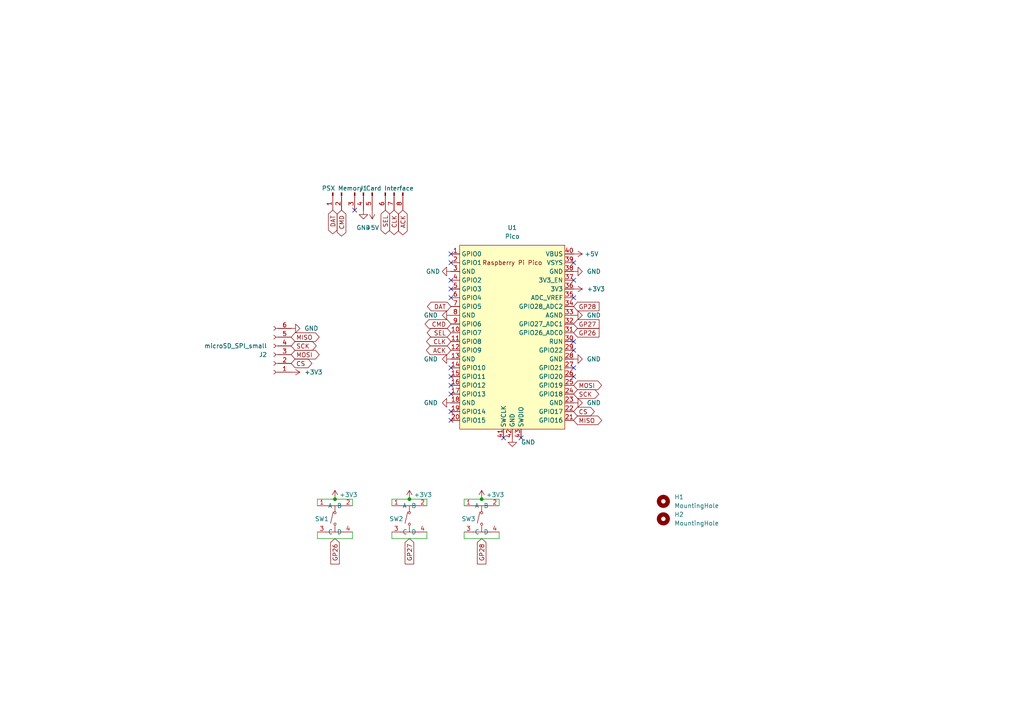
<source format=kicad_sch>
(kicad_sch (version 20211123) (generator eeschema)

  (uuid faa956bb-0e0d-41e1-a5c8-c31a518a76e5)

  (paper "A4")

  (title_block
    (date "2022-10-03")
    (rev "1.1.2")
    (comment 1 "Fixed SD module not getting 3.3V")
    (comment 2 "Changed MicroSD module to small one")
  )

  (lib_symbols
    (symbol "Connector:Conn_01x08_Male" (pin_names (offset 1.016) hide) (in_bom yes) (on_board yes)
      (property "Reference" "J?" (id 0) (at -1.27 0 90)
        (effects (font (size 1.27 1.27)))
      )
      (property "Value" "PSX Memory Card Interface" (id 1) (at -1.27 1.27 90)
        (effects (font (size 1.27 1.27)))
      )
      (property "Footprint" "254:MemoryCardConnector" (id 2) (at 5.08 -13.97 0)
        (effects (font (size 1.27 1.27)) hide)
      )
      (property "Datasheet" "~" (id 3) (at 0 0 0)
        (effects (font (size 1.27 1.27)) hide)
      )
      (property "ki_keywords" "connector" (id 4) (at 0 0 0)
        (effects (font (size 1.27 1.27)) hide)
      )
      (property "ki_description" "Generic connector, single row, 01x08, script generated (kicad-library-utils/schlib/autogen/connector/)" (id 5) (at 0 0 0)
        (effects (font (size 1.27 1.27)) hide)
      )
      (property "ki_fp_filters" "Connector*:*_1x??_*" (id 6) (at 0 0 0)
        (effects (font (size 1.27 1.27)) hide)
      )
      (symbol "Conn_01x08_Male_1_1"
        (polyline
          (pts
            (xy 1.27 -8.89)
            (xy 0.8636 -8.89)
          )
          (stroke (width 0.1524) (type default) (color 0 0 0 0))
          (fill (type none))
        )
        (polyline
          (pts
            (xy 1.27 -6.35)
            (xy 0.8636 -6.35)
          )
          (stroke (width 0.1524) (type default) (color 0 0 0 0))
          (fill (type none))
        )
        (polyline
          (pts
            (xy 1.27 -2.54)
            (xy 0.8636 -2.54)
          )
          (stroke (width 0.1524) (type default) (color 0 0 0 0))
          (fill (type none))
        )
        (polyline
          (pts
            (xy 1.27 0)
            (xy 0.8636 0)
          )
          (stroke (width 0.1524) (type default) (color 0 0 0 0))
          (fill (type none))
        )
        (polyline
          (pts
            (xy 1.27 2.54)
            (xy 0.8636 2.54)
          )
          (stroke (width 0.1524) (type default) (color 0 0 0 0))
          (fill (type none))
        )
        (polyline
          (pts
            (xy 1.27 6.35)
            (xy 0.8636 6.35)
          )
          (stroke (width 0.1524) (type default) (color 0 0 0 0))
          (fill (type none))
        )
        (polyline
          (pts
            (xy 1.27 8.89)
            (xy 0.8636 8.89)
          )
          (stroke (width 0.1524) (type default) (color 0 0 0 0))
          (fill (type none))
        )
        (polyline
          (pts
            (xy 1.27 11.43)
            (xy 0.8636 11.43)
          )
          (stroke (width 0.1524) (type default) (color 0 0 0 0))
          (fill (type none))
        )
        (rectangle (start 0.8636 -8.763) (end 0 -9.017)
          (stroke (width 0.1524) (type default) (color 0 0 0 0))
          (fill (type outline))
        )
        (rectangle (start 0.8636 -6.223) (end 0 -6.477)
          (stroke (width 0.1524) (type default) (color 0 0 0 0))
          (fill (type outline))
        )
        (rectangle (start 0.8636 -2.413) (end 0 -2.667)
          (stroke (width 0.1524) (type default) (color 0 0 0 0))
          (fill (type outline))
        )
        (rectangle (start 0.8636 0.127) (end 0 -0.127)
          (stroke (width 0.1524) (type default) (color 0 0 0 0))
          (fill (type outline))
        )
        (rectangle (start 0.8636 2.667) (end 0 2.413)
          (stroke (width 0.1524) (type default) (color 0 0 0 0))
          (fill (type outline))
        )
        (rectangle (start 0.8636 6.477) (end 0 6.223)
          (stroke (width 0.1524) (type default) (color 0 0 0 0))
          (fill (type outline))
        )
        (rectangle (start 0.8636 9.017) (end 0 8.763)
          (stroke (width 0.1524) (type default) (color 0 0 0 0))
          (fill (type outline))
        )
        (rectangle (start 0.8636 11.557) (end 0 11.303)
          (stroke (width 0.1524) (type default) (color 0 0 0 0))
          (fill (type outline))
        )
        (pin tri_state line (at 5.08 -8.89 180) (length 3.81)
          (name "DAT" (effects (font (size 1.27 1.27))))
          (number "1" (effects (font (size 1.27 1.27))))
        )
        (pin output line (at 5.08 -6.35 180) (length 3.81)
          (name "CMD" (effects (font (size 1.27 1.27))))
          (number "2" (effects (font (size 1.27 1.27))))
        )
        (pin power_out line (at 5.08 -2.54 180) (length 3.81)
          (name "7.5V" (effects (font (size 1.27 1.27))))
          (number "3" (effects (font (size 1.27 1.27))))
        )
        (pin passive line (at 5.08 0 180) (length 3.81)
          (name "GND" (effects (font (size 1.27 1.27))))
          (number "4" (effects (font (size 1.27 1.27))))
        )
        (pin power_out line (at 5.08 2.54 180) (length 3.81)
          (name "3.3V" (effects (font (size 1.27 1.27))))
          (number "5" (effects (font (size 1.27 1.27))))
        )
        (pin output line (at 5.08 6.35 180) (length 3.81)
          (name "SEL" (effects (font (size 1.27 1.27))))
          (number "6" (effects (font (size 1.27 1.27))))
        )
        (pin output line (at 5.08 8.89 180) (length 3.81)
          (name "CLK" (effects (font (size 1.27 1.27))))
          (number "7" (effects (font (size 1.27 1.27))))
        )
        (pin output line (at 5.08 11.43 180) (length 3.81)
          (name "ACK" (effects (font (size 1.27 1.27))))
          (number "8" (effects (font (size 1.27 1.27))))
        )
      )
    )
    (symbol "MCU_RaspberryPi_and_Boards:Pico" (in_bom yes) (on_board yes)
      (property "Reference" "U" (id 0) (at -13.97 27.94 0)
        (effects (font (size 1.27 1.27)))
      )
      (property "Value" "Pico" (id 1) (at 0 19.05 0)
        (effects (font (size 1.27 1.27)))
      )
      (property "Footprint" "RPi_Pico:RPi_Pico_SMD_TH" (id 2) (at 0 0 90)
        (effects (font (size 1.27 1.27)) hide)
      )
      (property "Datasheet" "" (id 3) (at 0 0 0)
        (effects (font (size 1.27 1.27)) hide)
      )
      (symbol "Pico_0_0"
        (text "Raspberry Pi Pico" (at 0 21.59 0)
          (effects (font (size 1.27 1.27)))
        )
      )
      (symbol "Pico_0_1"
        (rectangle (start -15.24 26.67) (end 15.24 -26.67)
          (stroke (width 0) (type default) (color 0 0 0 0))
          (fill (type background))
        )
      )
      (symbol "Pico_1_1"
        (pin bidirectional line (at -17.78 24.13 0) (length 2.54)
          (name "GPIO0" (effects (font (size 1.27 1.27))))
          (number "1" (effects (font (size 1.27 1.27))))
        )
        (pin bidirectional line (at -17.78 1.27 0) (length 2.54)
          (name "GPIO7" (effects (font (size 1.27 1.27))))
          (number "10" (effects (font (size 1.27 1.27))))
        )
        (pin bidirectional line (at -17.78 -1.27 0) (length 2.54)
          (name "GPIO8" (effects (font (size 1.27 1.27))))
          (number "11" (effects (font (size 1.27 1.27))))
        )
        (pin bidirectional line (at -17.78 -3.81 0) (length 2.54)
          (name "GPIO9" (effects (font (size 1.27 1.27))))
          (number "12" (effects (font (size 1.27 1.27))))
        )
        (pin power_in line (at -17.78 -6.35 0) (length 2.54)
          (name "GND" (effects (font (size 1.27 1.27))))
          (number "13" (effects (font (size 1.27 1.27))))
        )
        (pin bidirectional line (at -17.78 -8.89 0) (length 2.54)
          (name "GPIO10" (effects (font (size 1.27 1.27))))
          (number "14" (effects (font (size 1.27 1.27))))
        )
        (pin bidirectional line (at -17.78 -11.43 0) (length 2.54)
          (name "GPIO11" (effects (font (size 1.27 1.27))))
          (number "15" (effects (font (size 1.27 1.27))))
        )
        (pin bidirectional line (at -17.78 -13.97 0) (length 2.54)
          (name "GPIO12" (effects (font (size 1.27 1.27))))
          (number "16" (effects (font (size 1.27 1.27))))
        )
        (pin bidirectional line (at -17.78 -16.51 0) (length 2.54)
          (name "GPIO13" (effects (font (size 1.27 1.27))))
          (number "17" (effects (font (size 1.27 1.27))))
        )
        (pin power_in line (at -17.78 -19.05 0) (length 2.54)
          (name "GND" (effects (font (size 1.27 1.27))))
          (number "18" (effects (font (size 1.27 1.27))))
        )
        (pin bidirectional line (at -17.78 -21.59 0) (length 2.54)
          (name "GPIO14" (effects (font (size 1.27 1.27))))
          (number "19" (effects (font (size 1.27 1.27))))
        )
        (pin bidirectional line (at -17.78 21.59 0) (length 2.54)
          (name "GPIO1" (effects (font (size 1.27 1.27))))
          (number "2" (effects (font (size 1.27 1.27))))
        )
        (pin bidirectional line (at -17.78 -24.13 0) (length 2.54)
          (name "GPIO15" (effects (font (size 1.27 1.27))))
          (number "20" (effects (font (size 1.27 1.27))))
        )
        (pin bidirectional line (at 17.78 -24.13 180) (length 2.54)
          (name "GPIO16" (effects (font (size 1.27 1.27))))
          (number "21" (effects (font (size 1.27 1.27))))
        )
        (pin bidirectional line (at 17.78 -21.59 180) (length 2.54)
          (name "GPIO17" (effects (font (size 1.27 1.27))))
          (number "22" (effects (font (size 1.27 1.27))))
        )
        (pin power_in line (at 17.78 -19.05 180) (length 2.54)
          (name "GND" (effects (font (size 1.27 1.27))))
          (number "23" (effects (font (size 1.27 1.27))))
        )
        (pin bidirectional line (at 17.78 -16.51 180) (length 2.54)
          (name "GPIO18" (effects (font (size 1.27 1.27))))
          (number "24" (effects (font (size 1.27 1.27))))
        )
        (pin bidirectional line (at 17.78 -13.97 180) (length 2.54)
          (name "GPIO19" (effects (font (size 1.27 1.27))))
          (number "25" (effects (font (size 1.27 1.27))))
        )
        (pin bidirectional line (at 17.78 -11.43 180) (length 2.54)
          (name "GPIO20" (effects (font (size 1.27 1.27))))
          (number "26" (effects (font (size 1.27 1.27))))
        )
        (pin bidirectional line (at 17.78 -8.89 180) (length 2.54)
          (name "GPIO21" (effects (font (size 1.27 1.27))))
          (number "27" (effects (font (size 1.27 1.27))))
        )
        (pin power_in line (at 17.78 -6.35 180) (length 2.54)
          (name "GND" (effects (font (size 1.27 1.27))))
          (number "28" (effects (font (size 1.27 1.27))))
        )
        (pin bidirectional line (at 17.78 -3.81 180) (length 2.54)
          (name "GPIO22" (effects (font (size 1.27 1.27))))
          (number "29" (effects (font (size 1.27 1.27))))
        )
        (pin power_in line (at -17.78 19.05 0) (length 2.54)
          (name "GND" (effects (font (size 1.27 1.27))))
          (number "3" (effects (font (size 1.27 1.27))))
        )
        (pin input line (at 17.78 -1.27 180) (length 2.54)
          (name "RUN" (effects (font (size 1.27 1.27))))
          (number "30" (effects (font (size 1.27 1.27))))
        )
        (pin bidirectional line (at 17.78 1.27 180) (length 2.54)
          (name "GPIO26_ADC0" (effects (font (size 1.27 1.27))))
          (number "31" (effects (font (size 1.27 1.27))))
        )
        (pin bidirectional line (at 17.78 3.81 180) (length 2.54)
          (name "GPIO27_ADC1" (effects (font (size 1.27 1.27))))
          (number "32" (effects (font (size 1.27 1.27))))
        )
        (pin power_in line (at 17.78 6.35 180) (length 2.54)
          (name "AGND" (effects (font (size 1.27 1.27))))
          (number "33" (effects (font (size 1.27 1.27))))
        )
        (pin bidirectional line (at 17.78 8.89 180) (length 2.54)
          (name "GPIO28_ADC2" (effects (font (size 1.27 1.27))))
          (number "34" (effects (font (size 1.27 1.27))))
        )
        (pin power_in line (at 17.78 11.43 180) (length 2.54)
          (name "ADC_VREF" (effects (font (size 1.27 1.27))))
          (number "35" (effects (font (size 1.27 1.27))))
        )
        (pin power_in line (at 17.78 13.97 180) (length 2.54)
          (name "3V3" (effects (font (size 1.27 1.27))))
          (number "36" (effects (font (size 1.27 1.27))))
        )
        (pin input line (at 17.78 16.51 180) (length 2.54)
          (name "3V3_EN" (effects (font (size 1.27 1.27))))
          (number "37" (effects (font (size 1.27 1.27))))
        )
        (pin bidirectional line (at 17.78 19.05 180) (length 2.54)
          (name "GND" (effects (font (size 1.27 1.27))))
          (number "38" (effects (font (size 1.27 1.27))))
        )
        (pin power_in line (at 17.78 21.59 180) (length 2.54)
          (name "VSYS" (effects (font (size 1.27 1.27))))
          (number "39" (effects (font (size 1.27 1.27))))
        )
        (pin bidirectional line (at -17.78 16.51 0) (length 2.54)
          (name "GPIO2" (effects (font (size 1.27 1.27))))
          (number "4" (effects (font (size 1.27 1.27))))
        )
        (pin power_in line (at 17.78 24.13 180) (length 2.54)
          (name "VBUS" (effects (font (size 1.27 1.27))))
          (number "40" (effects (font (size 1.27 1.27))))
        )
        (pin input line (at -2.54 -29.21 90) (length 2.54)
          (name "SWCLK" (effects (font (size 1.27 1.27))))
          (number "41" (effects (font (size 1.27 1.27))))
        )
        (pin power_in line (at 0 -29.21 90) (length 2.54)
          (name "GND" (effects (font (size 1.27 1.27))))
          (number "42" (effects (font (size 1.27 1.27))))
        )
        (pin bidirectional line (at 2.54 -29.21 90) (length 2.54)
          (name "SWDIO" (effects (font (size 1.27 1.27))))
          (number "43" (effects (font (size 1.27 1.27))))
        )
        (pin bidirectional line (at -17.78 13.97 0) (length 2.54)
          (name "GPIO3" (effects (font (size 1.27 1.27))))
          (number "5" (effects (font (size 1.27 1.27))))
        )
        (pin bidirectional line (at -17.78 11.43 0) (length 2.54)
          (name "GPIO4" (effects (font (size 1.27 1.27))))
          (number "6" (effects (font (size 1.27 1.27))))
        )
        (pin bidirectional line (at -17.78 8.89 0) (length 2.54)
          (name "GPIO5" (effects (font (size 1.27 1.27))))
          (number "7" (effects (font (size 1.27 1.27))))
        )
        (pin power_in line (at -17.78 6.35 0) (length 2.54)
          (name "GND" (effects (font (size 1.27 1.27))))
          (number "8" (effects (font (size 1.27 1.27))))
        )
        (pin bidirectional line (at -17.78 3.81 0) (length 2.54)
          (name "GPIO6" (effects (font (size 1.27 1.27))))
          (number "9" (effects (font (size 1.27 1.27))))
        )
      )
    )
    (symbol "Mechanical:MountingHole" (pin_names (offset 1.016)) (in_bom yes) (on_board yes)
      (property "Reference" "H" (id 0) (at 0 5.08 0)
        (effects (font (size 1.27 1.27)))
      )
      (property "Value" "MountingHole" (id 1) (at 0 3.175 0)
        (effects (font (size 1.27 1.27)))
      )
      (property "Footprint" "" (id 2) (at 0 0 0)
        (effects (font (size 1.27 1.27)) hide)
      )
      (property "Datasheet" "~" (id 3) (at 0 0 0)
        (effects (font (size 1.27 1.27)) hide)
      )
      (property "ki_keywords" "mounting hole" (id 4) (at 0 0 0)
        (effects (font (size 1.27 1.27)) hide)
      )
      (property "ki_description" "Mounting Hole without connection" (id 5) (at 0 0 0)
        (effects (font (size 1.27 1.27)) hide)
      )
      (property "ki_fp_filters" "MountingHole*" (id 6) (at 0 0 0)
        (effects (font (size 1.27 1.27)) hide)
      )
      (symbol "MountingHole_0_1"
        (circle (center 0 0) (radius 1.27)
          (stroke (width 1.27) (type default) (color 0 0 0 0))
          (fill (type none))
        )
      )
    )
    (symbol "easyeda2kicad:TS-1187A-B-A-B" (in_bom yes) (on_board yes)
      (property "Reference" "SW?" (id 0) (at 0 7.62 0)
        (effects (font (size 1.27 1.27)))
      )
      (property "Value" "TS-1187A-B-A-B" (id 1) (at 0 -10.16 0)
        (effects (font (size 1.27 1.27)))
      )
      (property "Footprint" "easyeda2kicad:SW-SMD_4P-L5.1-W5.1-P3.70-LS6.5-TL-2" (id 2) (at 0 -12.7 0)
        (effects (font (size 1.27 1.27)) hide)
      )
      (property "Datasheet" "https://lcsc.com/product-detail/Tactile-Switches_XKB-Enterprise-TS-1187-B-A-A_C318884.html" (id 3) (at 0 -15.24 0)
        (effects (font (size 1.27 1.27)) hide)
      )
      (property "Manufacturer" "XKB Enterprise" (id 4) (at 0 -17.78 0)
        (effects (font (size 1.27 1.27)) hide)
      )
      (property "LCSC Part" "C318884" (id 5) (at 0 -20.32 0)
        (effects (font (size 1.27 1.27)) hide)
      )
      (property "JLC Part" "Basic Part" (id 6) (at 0 -22.86 0)
        (effects (font (size 1.27 1.27)) hide)
      )
      (symbol "TS-1187A-B-A-B_0_1"
        (circle (center 0 -2.79) (radius 0.32)
          (stroke (width 0) (type default) (color 0 0 0 0))
          (fill (type none))
        )
        (polyline
          (pts
            (xy -2.54 -5.08)
            (xy 2.54 -5.08)
          )
          (stroke (width 0) (type default) (color 0 0 0 0))
          (fill (type none))
        )
        (polyline
          (pts
            (xy -2.54 2.54)
            (xy 2.54 2.54)
          )
          (stroke (width 0) (type default) (color 0 0 0 0))
          (fill (type none))
        )
        (polyline
          (pts
            (xy -0.51 0.76)
            (xy -1.27 -2.54)
          )
          (stroke (width 0) (type default) (color 0 0 0 0))
          (fill (type none))
        )
        (polyline
          (pts
            (xy 0 -3.3)
            (xy 0 -5.08)
          )
          (stroke (width 0) (type default) (color 0 0 0 0))
          (fill (type none))
        )
        (polyline
          (pts
            (xy 0 0.76)
            (xy 0 2.54)
          )
          (stroke (width 0) (type default) (color 0 0 0 0))
          (fill (type none))
        )
        (circle (center 0 0.51) (radius 0.32)
          (stroke (width 0) (type default) (color 0 0 0 0))
          (fill (type none))
        )
        (pin passive line (at -5.08 2.54 0) (length 2.54)
          (name "A" (effects (font (size 1.27 1.27))))
          (number "1" (effects (font (size 1.27 1.27))))
        )
        (pin passive line (at 5.08 2.54 180) (length 2.54)
          (name "B" (effects (font (size 1.27 1.27))))
          (number "2" (effects (font (size 1.27 1.27))))
        )
        (pin passive line (at -5.08 -5.08 0) (length 2.54)
          (name "C" (effects (font (size 1.27 1.27))))
          (number "3" (effects (font (size 1.27 1.27))))
        )
        (pin passive line (at 5.08 -5.08 180) (length 2.54)
          (name "D" (effects (font (size 1.27 1.27))))
          (number "4" (effects (font (size 1.27 1.27))))
        )
      )
    )
    (symbol "easyeda2kicad:microSD_SPI_small" (pin_names (offset 1.016) hide) (in_bom yes) (on_board yes)
      (property "Reference" "J2" (id 0) (at -0.635 -13.335 0)
        (effects (font (size 1.27 1.27)))
      )
      (property "Value" "microSD_SPI_small" (id 1) (at -0.635 -10.795 0)
        (effects (font (size 1.27 1.27)))
      )
      (property "Footprint" "254:MicroSD_SPI_small" (id 2) (at -13.97 0 0)
        (effects (font (size 1.27 1.27)) hide)
      )
      (property "Datasheet" "~" (id 3) (at 0 0 0)
        (effects (font (size 1.27 1.27)) hide)
      )
      (property "ki_keywords" "connector" (id 4) (at 0 0 0)
        (effects (font (size 1.27 1.27)) hide)
      )
      (property "ki_description" "Generic connector, single row, 01x06, script generated (kicad-library-utils/schlib/autogen/connector/)" (id 5) (at 0 0 0)
        (effects (font (size 1.27 1.27)) hide)
      )
      (property "ki_fp_filters" "Connector*:*_1x??_*" (id 6) (at 0 0 0)
        (effects (font (size 1.27 1.27)) hide)
      )
      (symbol "microSD_SPI_small_1_1"
        (arc (start 0 -7.112) (mid -0.508 -7.62) (end 0 -8.128)
          (stroke (width 0.1524) (type default) (color 0 0 0 0))
          (fill (type none))
        )
        (arc (start 0 -4.572) (mid -0.508 -5.08) (end 0 -5.588)
          (stroke (width 0.1524) (type default) (color 0 0 0 0))
          (fill (type none))
        )
        (arc (start 0 -2.032) (mid -0.508 -2.54) (end 0 -3.048)
          (stroke (width 0.1524) (type default) (color 0 0 0 0))
          (fill (type none))
        )
        (polyline
          (pts
            (xy -1.27 -7.62)
            (xy -0.508 -7.62)
          )
          (stroke (width 0.1524) (type default) (color 0 0 0 0))
          (fill (type none))
        )
        (polyline
          (pts
            (xy -1.27 -5.08)
            (xy -0.508 -5.08)
          )
          (stroke (width 0.1524) (type default) (color 0 0 0 0))
          (fill (type none))
        )
        (polyline
          (pts
            (xy -1.27 -2.54)
            (xy -0.508 -2.54)
          )
          (stroke (width 0.1524) (type default) (color 0 0 0 0))
          (fill (type none))
        )
        (polyline
          (pts
            (xy -1.27 0)
            (xy -0.508 0)
          )
          (stroke (width 0.1524) (type default) (color 0 0 0 0))
          (fill (type none))
        )
        (polyline
          (pts
            (xy -1.27 2.54)
            (xy -0.508 2.54)
          )
          (stroke (width 0.1524) (type default) (color 0 0 0 0))
          (fill (type none))
        )
        (polyline
          (pts
            (xy -1.27 5.08)
            (xy -0.508 5.08)
          )
          (stroke (width 0.1524) (type default) (color 0 0 0 0))
          (fill (type none))
        )
        (arc (start 0 0.508) (mid -0.508 0) (end 0 -0.508)
          (stroke (width 0.1524) (type default) (color 0 0 0 0))
          (fill (type none))
        )
        (arc (start 0 3.048) (mid -0.508 2.54) (end 0 2.032)
          (stroke (width 0.1524) (type default) (color 0 0 0 0))
          (fill (type none))
        )
        (arc (start 0 5.588) (mid -0.508 5.08) (end 0 4.572)
          (stroke (width 0.1524) (type default) (color 0 0 0 0))
          (fill (type none))
        )
        (pin passive line (at -5.08 5.08 0) (length 3.81)
          (name "Pin_1" (effects (font (size 1.27 1.27))))
          (number "1" (effects (font (size 1.27 1.27))))
        )
        (pin passive line (at -5.08 2.54 0) (length 3.81)
          (name "Pin_2" (effects (font (size 1.27 1.27))))
          (number "2" (effects (font (size 1.27 1.27))))
        )
        (pin passive line (at -5.08 0 0) (length 3.81)
          (name "Pin_3" (effects (font (size 1.27 1.27))))
          (number "3" (effects (font (size 1.27 1.27))))
        )
        (pin passive line (at -5.08 -2.54 0) (length 3.81)
          (name "Pin_4" (effects (font (size 1.27 1.27))))
          (number "4" (effects (font (size 1.27 1.27))))
        )
        (pin passive line (at -5.08 -5.08 0) (length 3.81)
          (name "Pin_5" (effects (font (size 1.27 1.27))))
          (number "5" (effects (font (size 1.27 1.27))))
        )
        (pin passive line (at -5.08 -7.62 0) (length 3.81)
          (name "Pin_6" (effects (font (size 1.27 1.27))))
          (number "6" (effects (font (size 1.27 1.27))))
        )
      )
    )
    (symbol "power:+3.3V" (power) (pin_names (offset 0)) (in_bom yes) (on_board yes)
      (property "Reference" "#PWR" (id 0) (at 0 -3.81 0)
        (effects (font (size 1.27 1.27)) hide)
      )
      (property "Value" "+3.3V" (id 1) (at 0 3.556 0)
        (effects (font (size 1.27 1.27)))
      )
      (property "Footprint" "" (id 2) (at 0 0 0)
        (effects (font (size 1.27 1.27)) hide)
      )
      (property "Datasheet" "" (id 3) (at 0 0 0)
        (effects (font (size 1.27 1.27)) hide)
      )
      (property "ki_keywords" "power-flag" (id 4) (at 0 0 0)
        (effects (font (size 1.27 1.27)) hide)
      )
      (property "ki_description" "Power symbol creates a global label with name \"+3.3V\"" (id 5) (at 0 0 0)
        (effects (font (size 1.27 1.27)) hide)
      )
      (symbol "+3.3V_0_1"
        (polyline
          (pts
            (xy -0.762 1.27)
            (xy 0 2.54)
          )
          (stroke (width 0) (type default) (color 0 0 0 0))
          (fill (type none))
        )
        (polyline
          (pts
            (xy 0 0)
            (xy 0 2.54)
          )
          (stroke (width 0) (type default) (color 0 0 0 0))
          (fill (type none))
        )
        (polyline
          (pts
            (xy 0 2.54)
            (xy 0.762 1.27)
          )
          (stroke (width 0) (type default) (color 0 0 0 0))
          (fill (type none))
        )
      )
      (symbol "+3.3V_1_1"
        (pin power_in line (at 0 0 90) (length 0) hide
          (name "+3V3" (effects (font (size 1.27 1.27))))
          (number "1" (effects (font (size 1.27 1.27))))
        )
      )
    )
    (symbol "power:+5V" (power) (pin_names (offset 0)) (in_bom yes) (on_board yes)
      (property "Reference" "#PWR" (id 0) (at 0 -3.81 0)
        (effects (font (size 1.27 1.27)) hide)
      )
      (property "Value" "+5V" (id 1) (at 0 3.556 0)
        (effects (font (size 1.27 1.27)))
      )
      (property "Footprint" "" (id 2) (at 0 0 0)
        (effects (font (size 1.27 1.27)) hide)
      )
      (property "Datasheet" "" (id 3) (at 0 0 0)
        (effects (font (size 1.27 1.27)) hide)
      )
      (property "ki_keywords" "power-flag" (id 4) (at 0 0 0)
        (effects (font (size 1.27 1.27)) hide)
      )
      (property "ki_description" "Power symbol creates a global label with name \"+5V\"" (id 5) (at 0 0 0)
        (effects (font (size 1.27 1.27)) hide)
      )
      (symbol "+5V_0_1"
        (polyline
          (pts
            (xy -0.762 1.27)
            (xy 0 2.54)
          )
          (stroke (width 0) (type default) (color 0 0 0 0))
          (fill (type none))
        )
        (polyline
          (pts
            (xy 0 0)
            (xy 0 2.54)
          )
          (stroke (width 0) (type default) (color 0 0 0 0))
          (fill (type none))
        )
        (polyline
          (pts
            (xy 0 2.54)
            (xy 0.762 1.27)
          )
          (stroke (width 0) (type default) (color 0 0 0 0))
          (fill (type none))
        )
      )
      (symbol "+5V_1_1"
        (pin power_in line (at 0 0 90) (length 0) hide
          (name "+5V" (effects (font (size 1.27 1.27))))
          (number "1" (effects (font (size 1.27 1.27))))
        )
      )
    )
    (symbol "power:GND" (power) (pin_names (offset 0)) (in_bom yes) (on_board yes)
      (property "Reference" "#PWR" (id 0) (at 0 -6.35 0)
        (effects (font (size 1.27 1.27)) hide)
      )
      (property "Value" "GND" (id 1) (at 0 -3.81 0)
        (effects (font (size 1.27 1.27)))
      )
      (property "Footprint" "" (id 2) (at 0 0 0)
        (effects (font (size 1.27 1.27)) hide)
      )
      (property "Datasheet" "" (id 3) (at 0 0 0)
        (effects (font (size 1.27 1.27)) hide)
      )
      (property "ki_keywords" "power-flag" (id 4) (at 0 0 0)
        (effects (font (size 1.27 1.27)) hide)
      )
      (property "ki_description" "Power symbol creates a global label with name \"GND\" , ground" (id 5) (at 0 0 0)
        (effects (font (size 1.27 1.27)) hide)
      )
      (symbol "GND_0_1"
        (polyline
          (pts
            (xy 0 0)
            (xy 0 -1.27)
            (xy 1.27 -1.27)
            (xy 0 -2.54)
            (xy -1.27 -1.27)
            (xy 0 -1.27)
          )
          (stroke (width 0) (type default) (color 0 0 0 0))
          (fill (type none))
        )
      )
      (symbol "GND_1_1"
        (pin power_in line (at 0 0 270) (length 0) hide
          (name "GND" (effects (font (size 1.27 1.27))))
          (number "1" (effects (font (size 1.27 1.27))))
        )
      )
    )
  )

  (junction (at 97.155 144.78) (diameter 0) (color 0 0 0 0)
    (uuid 527424fa-7fdd-43e0-94ee-aabff693a9c6)
  )
  (junction (at 118.745 144.78) (diameter 0) (color 0 0 0 0)
    (uuid a8f5ae29-79be-494d-ac5d-1fcd26139aff)
  )
  (junction (at 139.7 144.78) (diameter 0) (color 0 0 0 0)
    (uuid dc07525c-93fe-44c5-8620-579041e9f478)
  )

  (no_connect (at 166.37 81.28) (uuid 0a60a838-6d19-4ff3-b50f-624df548ea21))
  (no_connect (at 102.87 60.96) (uuid a8eee08a-1a45-4377-b442-7d0e2b357e2d))
  (no_connect (at 130.81 119.38) (uuid b067222d-1414-4071-a451-f9c91451e4a7))
  (no_connect (at 130.81 114.3) (uuid b067222d-1414-4071-a451-f9c91451e4a8))
  (no_connect (at 130.81 111.76) (uuid b067222d-1414-4071-a451-f9c91451e4a9))
  (no_connect (at 130.81 109.22) (uuid b067222d-1414-4071-a451-f9c91451e4aa))
  (no_connect (at 130.81 106.68) (uuid b067222d-1414-4071-a451-f9c91451e4ab))
  (no_connect (at 130.81 86.36) (uuid b067222d-1414-4071-a451-f9c91451e4ac))
  (no_connect (at 130.81 83.82) (uuid b067222d-1414-4071-a451-f9c91451e4ad))
  (no_connect (at 130.81 81.28) (uuid b067222d-1414-4071-a451-f9c91451e4ae))
  (no_connect (at 130.81 76.2) (uuid b067222d-1414-4071-a451-f9c91451e4af))
  (no_connect (at 130.81 73.66) (uuid b067222d-1414-4071-a451-f9c91451e4b0))
  (no_connect (at 151.13 127) (uuid b067222d-1414-4071-a451-f9c91451e4b1))
  (no_connect (at 130.81 121.92) (uuid b067222d-1414-4071-a451-f9c91451e4b2))
  (no_connect (at 146.05 127) (uuid b067222d-1414-4071-a451-f9c91451e4b3))
  (no_connect (at 166.37 99.06) (uuid b067222d-1414-4071-a451-f9c91451e4b5))
  (no_connect (at 166.37 101.6) (uuid b067222d-1414-4071-a451-f9c91451e4b6))
  (no_connect (at 166.37 106.68) (uuid b067222d-1414-4071-a451-f9c91451e4b7))
  (no_connect (at 166.37 109.22) (uuid b067222d-1414-4071-a451-f9c91451e4b8))
  (no_connect (at 166.37 76.2) (uuid b067222d-1414-4071-a451-f9c91451e4b9))
  (no_connect (at 166.37 86.36) (uuid b067222d-1414-4071-a451-f9c91451e4bd))

  (wire (pts (xy 92.075 146.685) (xy 92.075 144.78))
    (stroke (width 0) (type default) (color 0 0 0 0))
    (uuid 1d38ba22-4d12-40af-aaf5-b63284c6afff)
  )
  (wire (pts (xy 113.665 154.305) (xy 113.665 156.21))
    (stroke (width 0) (type default) (color 0 0 0 0))
    (uuid 2dca3656-f55d-4107-94f8-af36e4ad88a5)
  )
  (wire (pts (xy 92.075 154.305) (xy 92.075 156.21))
    (stroke (width 0) (type default) (color 0 0 0 0))
    (uuid 3ea82442-7fef-4cdd-a9ba-81d46744b895)
  )
  (wire (pts (xy 123.825 144.78) (xy 123.825 146.685))
    (stroke (width 0) (type default) (color 0 0 0 0))
    (uuid 52364abd-945b-4746-9e1e-be9f9fdf5e06)
  )
  (wire (pts (xy 113.665 156.21) (xy 123.825 156.21))
    (stroke (width 0) (type default) (color 0 0 0 0))
    (uuid 628569e2-0a38-4c1b-89fd-aa87cc96dafc)
  )
  (wire (pts (xy 102.235 154.305) (xy 102.235 156.21))
    (stroke (width 0) (type default) (color 0 0 0 0))
    (uuid 8d21aa47-98e6-40aa-8316-6eae51ce44f5)
  )
  (wire (pts (xy 113.665 144.78) (xy 118.745 144.78))
    (stroke (width 0) (type default) (color 0 0 0 0))
    (uuid 97348e5e-0c9d-424c-a4ae-77fdc8ec12f9)
  )
  (wire (pts (xy 134.62 144.78) (xy 139.7 144.78))
    (stroke (width 0) (type default) (color 0 0 0 0))
    (uuid 9dae7c91-5ab5-4f9a-a731-7fe3526cad95)
  )
  (wire (pts (xy 92.075 144.78) (xy 97.155 144.78))
    (stroke (width 0) (type default) (color 0 0 0 0))
    (uuid 9f82b765-586b-4a29-8e39-057d2dd89eaa)
  )
  (wire (pts (xy 144.78 144.78) (xy 144.78 146.685))
    (stroke (width 0) (type default) (color 0 0 0 0))
    (uuid a70df751-348a-4c8d-b2f8-a8f3f7b78353)
  )
  (wire (pts (xy 92.075 156.21) (xy 102.235 156.21))
    (stroke (width 0) (type default) (color 0 0 0 0))
    (uuid acc2156d-40c8-4a44-a7a6-318aa9dfb400)
  )
  (wire (pts (xy 134.62 156.21) (xy 144.78 156.21))
    (stroke (width 0) (type default) (color 0 0 0 0))
    (uuid ad37a918-f48f-459f-a0c8-b174d874c506)
  )
  (wire (pts (xy 102.235 144.78) (xy 102.235 146.685))
    (stroke (width 0) (type default) (color 0 0 0 0))
    (uuid af2fdb0f-e6cb-4673-8a62-fbf873eac861)
  )
  (wire (pts (xy 144.78 154.305) (xy 144.78 156.21))
    (stroke (width 0) (type default) (color 0 0 0 0))
    (uuid c1fe6ce5-8fe6-4c5d-92b7-76c183460f57)
  )
  (wire (pts (xy 113.665 146.685) (xy 113.665 144.78))
    (stroke (width 0) (type default) (color 0 0 0 0))
    (uuid d78e36f4-43fd-4402-9d7a-27cb7254f8ac)
  )
  (wire (pts (xy 123.825 154.305) (xy 123.825 156.21))
    (stroke (width 0) (type default) (color 0 0 0 0))
    (uuid da855905-01cd-4aef-9b76-e5265290ef4b)
  )
  (wire (pts (xy 118.745 144.78) (xy 123.825 144.78))
    (stroke (width 0) (type default) (color 0 0 0 0))
    (uuid e09328ea-5e68-4dec-a202-f4a86558641f)
  )
  (wire (pts (xy 139.7 144.78) (xy 144.78 144.78))
    (stroke (width 0) (type default) (color 0 0 0 0))
    (uuid e79fd05c-c8a6-456f-84c9-89bd596f7876)
  )
  (wire (pts (xy 134.62 146.685) (xy 134.62 144.78))
    (stroke (width 0) (type default) (color 0 0 0 0))
    (uuid f204b425-2a71-4247-8ea6-ac7015807882)
  )
  (wire (pts (xy 134.62 154.305) (xy 134.62 156.21))
    (stroke (width 0) (type default) (color 0 0 0 0))
    (uuid f5c66c54-01be-494d-913a-588d9eb45d47)
  )
  (wire (pts (xy 97.155 144.78) (xy 102.235 144.78))
    (stroke (width 0) (type default) (color 0 0 0 0))
    (uuid f648cc75-3ffc-4e81-8eb9-809ff8a29911)
  )

  (global_label "GP26" (shape input) (at 97.155 156.21 270) (fields_autoplaced)
    (effects (font (size 1.27 1.27)) (justify right))
    (uuid 082e3989-7c28-4983-9c6f-ba725d838785)
    (property "Intersheet References" "${INTERSHEET_REFS}" (id 0) (at 97.0756 163.5821 90)
      (effects (font (size 1.27 1.27)) (justify right) hide)
    )
  )
  (global_label "GP27" (shape input) (at 118.745 156.21 270) (fields_autoplaced)
    (effects (font (size 1.27 1.27)) (justify right))
    (uuid 0cfe8c24-1016-4686-b629-8dd922b0eac5)
    (property "Intersheet References" "${INTERSHEET_REFS}" (id 0) (at 118.6656 163.5821 90)
      (effects (font (size 1.27 1.27)) (justify right) hide)
    )
  )
  (global_label "GP26" (shape input) (at 166.37 96.52 0) (fields_autoplaced)
    (effects (font (size 1.27 1.27)) (justify left))
    (uuid 1dfabd12-7c02-4220-9683-fafb221b3b8e)
    (property "Intersheet References" "${INTERSHEET_REFS}" (id 0) (at 173.7421 96.5994 0)
      (effects (font (size 1.27 1.27)) (justify left) hide)
    )
  )
  (global_label "ACK" (shape bidirectional) (at 130.81 101.6 180) (fields_autoplaced)
    (effects (font (size 1.27 1.27)) (justify right))
    (uuid 2a47a26a-0071-42dc-8449-efc986ce5baf)
    (property "Intersheet References" "${INTERSHEET_REFS}" (id 0) (at 124.7683 101.5206 0)
      (effects (font (size 1.27 1.27)) (justify right) hide)
    )
  )
  (global_label "SCK" (shape bidirectional) (at 166.37 114.3 0) (fields_autoplaced)
    (effects (font (size 1.27 1.27)) (justify left))
    (uuid 42cd5fcb-6d0f-4c3e-8655-2e9af796b564)
    (property "Intersheet References" "${INTERSHEET_REFS}" (id 0) (at 172.5326 114.2206 0)
      (effects (font (size 1.27 1.27)) (justify left) hide)
    )
  )
  (global_label "SEL" (shape bidirectional) (at 111.76 60.96 270) (fields_autoplaced)
    (effects (font (size 1.27 1.27)) (justify right))
    (uuid 538bfe3a-5160-4c4c-9d44-668b8ac27c61)
    (property "Intersheet References" "${INTERSHEET_REFS}" (id 0) (at 111.6806 66.7598 90)
      (effects (font (size 1.27 1.27)) (justify right) hide)
    )
  )
  (global_label "CLK" (shape bidirectional) (at 114.3 60.96 270) (fields_autoplaced)
    (effects (font (size 1.27 1.27)) (justify right))
    (uuid 56fb48bf-12c8-4ba1-9d40-401c50ccfdd0)
    (property "Intersheet References" "${INTERSHEET_REFS}" (id 0) (at 114.2206 66.9412 90)
      (effects (font (size 1.27 1.27)) (justify right) hide)
    )
  )
  (global_label "ACK" (shape bidirectional) (at 116.84 60.96 270) (fields_autoplaced)
    (effects (font (size 1.27 1.27)) (justify right))
    (uuid 57abc9a4-5c50-4503-82ad-dc73bbedc02e)
    (property "Intersheet References" "${INTERSHEET_REFS}" (id 0) (at 116.7606 67.0017 90)
      (effects (font (size 1.27 1.27)) (justify right) hide)
    )
  )
  (global_label "CS" (shape bidirectional) (at 166.37 119.38 0) (fields_autoplaced)
    (effects (font (size 1.27 1.27)) (justify left))
    (uuid 5c1d82af-77fe-4f4a-806f-8e87eaf8d374)
    (property "Intersheet References" "${INTERSHEET_REFS}" (id 0) (at 171.2626 119.3006 0)
      (effects (font (size 1.27 1.27)) (justify left) hide)
    )
  )
  (global_label "MOSI" (shape bidirectional) (at 84.455 102.87 0) (fields_autoplaced)
    (effects (font (size 1.27 1.27)) (justify left))
    (uuid 66bb6fbc-3239-44c4-b2c9-ce00b12c3917)
    (property "Intersheet References" "${INTERSHEET_REFS}" (id 0) (at 91.4643 102.7906 0)
      (effects (font (size 1.27 1.27)) (justify left) hide)
    )
  )
  (global_label "GP28" (shape input) (at 166.37 88.9 0) (fields_autoplaced)
    (effects (font (size 1.27 1.27)) (justify left))
    (uuid 749f02d3-56ab-4a86-b247-b40e7b3e6e6e)
    (property "Intersheet References" "${INTERSHEET_REFS}" (id 0) (at 173.7421 88.9794 0)
      (effects (font (size 1.27 1.27)) (justify left) hide)
    )
  )
  (global_label "MOSI" (shape bidirectional) (at 166.37 111.76 0) (fields_autoplaced)
    (effects (font (size 1.27 1.27)) (justify left))
    (uuid 87cc5e94-53f2-4d3d-b99f-7bf5e72cdb40)
    (property "Intersheet References" "${INTERSHEET_REFS}" (id 0) (at 173.3793 111.6806 0)
      (effects (font (size 1.27 1.27)) (justify left) hide)
    )
  )
  (global_label "MISO" (shape bidirectional) (at 166.37 121.92 0) (fields_autoplaced)
    (effects (font (size 1.27 1.27)) (justify left))
    (uuid 8ddb4d02-b6be-410f-8a6d-1a34c4c86e1e)
    (property "Intersheet References" "${INTERSHEET_REFS}" (id 0) (at 173.3793 121.8406 0)
      (effects (font (size 1.27 1.27)) (justify left) hide)
    )
  )
  (global_label "GP28" (shape input) (at 139.7 156.21 270) (fields_autoplaced)
    (effects (font (size 1.27 1.27)) (justify right))
    (uuid 8e96b449-9f61-4d23-94eb-fd21c9e6968d)
    (property "Intersheet References" "${INTERSHEET_REFS}" (id 0) (at 139.6206 163.5821 90)
      (effects (font (size 1.27 1.27)) (justify right) hide)
    )
  )
  (global_label "GP27" (shape input) (at 166.37 93.98 0) (fields_autoplaced)
    (effects (font (size 1.27 1.27)) (justify left))
    (uuid 94b1f185-6379-4d8c-8a16-cef739967984)
    (property "Intersheet References" "${INTERSHEET_REFS}" (id 0) (at 173.7421 94.0594 0)
      (effects (font (size 1.27 1.27)) (justify left) hide)
    )
  )
  (global_label "CS" (shape bidirectional) (at 84.455 105.41 0) (fields_autoplaced)
    (effects (font (size 1.27 1.27)) (justify left))
    (uuid 9709c175-2a04-4020-b3f5-9d173815fa87)
    (property "Intersheet References" "${INTERSHEET_REFS}" (id 0) (at 89.3476 105.3306 0)
      (effects (font (size 1.27 1.27)) (justify left) hide)
    )
  )
  (global_label "MISO" (shape bidirectional) (at 84.455 97.79 0) (fields_autoplaced)
    (effects (font (size 1.27 1.27)) (justify left))
    (uuid a63ce4c4-58a1-411c-b9d1-b30b134293a3)
    (property "Intersheet References" "${INTERSHEET_REFS}" (id 0) (at 91.4643 97.7106 0)
      (effects (font (size 1.27 1.27)) (justify left) hide)
    )
  )
  (global_label "CMD" (shape bidirectional) (at 99.06 60.96 270) (fields_autoplaced)
    (effects (font (size 1.27 1.27)) (justify right))
    (uuid ab9caa9c-1407-42cd-a0c3-7bb1c28c4732)
    (property "Intersheet References" "${INTERSHEET_REFS}" (id 0) (at 98.9806 67.3645 90)
      (effects (font (size 1.27 1.27)) (justify right) hide)
    )
  )
  (global_label "SCK" (shape bidirectional) (at 84.455 100.33 0) (fields_autoplaced)
    (effects (font (size 1.27 1.27)) (justify left))
    (uuid bb01ef28-aa89-4e21-bce9-5d8bc3062b6b)
    (property "Intersheet References" "${INTERSHEET_REFS}" (id 0) (at 90.6176 100.2506 0)
      (effects (font (size 1.27 1.27)) (justify left) hide)
    )
  )
  (global_label "SEL" (shape bidirectional) (at 130.81 96.52 180) (fields_autoplaced)
    (effects (font (size 1.27 1.27)) (justify right))
    (uuid ccb57551-f704-4f6f-a252-f94206db5634)
    (property "Intersheet References" "${INTERSHEET_REFS}" (id 0) (at 125.0102 96.4406 0)
      (effects (font (size 1.27 1.27)) (justify right) hide)
    )
  )
  (global_label "DAT" (shape bidirectional) (at 130.81 88.9 180) (fields_autoplaced)
    (effects (font (size 1.27 1.27)) (justify right))
    (uuid d7d7384c-db7e-4dac-8098-c65899f2628f)
    (property "Intersheet References" "${INTERSHEET_REFS}" (id 0) (at 125.0707 88.8206 0)
      (effects (font (size 1.27 1.27)) (justify right) hide)
    )
  )
  (global_label "CLK" (shape bidirectional) (at 130.81 99.06 180) (fields_autoplaced)
    (effects (font (size 1.27 1.27)) (justify right))
    (uuid e3c668fc-8f64-4c2a-8c52-b88edd18f0f3)
    (property "Intersheet References" "${INTERSHEET_REFS}" (id 0) (at 124.8288 98.9806 0)
      (effects (font (size 1.27 1.27)) (justify right) hide)
    )
  )
  (global_label "CMD" (shape bidirectional) (at 130.81 93.98 180) (fields_autoplaced)
    (effects (font (size 1.27 1.27)) (justify right))
    (uuid ff23ba8c-f0a6-4961-9973-3a5fbf19351a)
    (property "Intersheet References" "${INTERSHEET_REFS}" (id 0) (at 124.4055 93.9006 0)
      (effects (font (size 1.27 1.27)) (justify right) hide)
    )
  )
  (global_label "DAT" (shape bidirectional) (at 96.52 60.96 270) (fields_autoplaced)
    (effects (font (size 1.27 1.27)) (justify right))
    (uuid ffb3a9dc-39fc-4544-960e-8d1e44484ba4)
    (property "Intersheet References" "${INTERSHEET_REFS}" (id 0) (at 96.4406 66.6993 90)
      (effects (font (size 1.27 1.27)) (justify right) hide)
    )
  )

  (symbol (lib_id "easyeda2kicad:TS-1187A-B-A-B") (at 118.745 149.225 0) (unit 1)
    (in_bom yes) (on_board yes)
    (uuid 0ac13774-a21f-47e0-a3b3-64d69208091b)
    (property "Reference" "SW2" (id 0) (at 114.935 150.495 0))
    (property "Value" "TS-1187A-B-A-B" (id 1) (at 118.11 139.7 0)
      (effects (font (size 1.27 1.27)) hide)
    )
    (property "Footprint" "easyeda2kicad:SW-SMD_4P-L5.1-W5.1-P3.70-LS6.5-TL-2" (id 2) (at 118.745 161.925 0)
      (effects (font (size 1.27 1.27)) hide)
    )
    (property "Datasheet" "https://lcsc.com/product-detail/Tactile-Switches_XKB-Enterprise-TS-1187-B-A-A_C318884.html" (id 3) (at 118.745 164.465 0)
      (effects (font (size 1.27 1.27)) hide)
    )
    (property "Manufacturer" "XKB Enterprise" (id 4) (at 118.745 167.005 0)
      (effects (font (size 1.27 1.27)) hide)
    )
    (property "LCSC Part" "C318884" (id 5) (at 118.745 169.545 0)
      (effects (font (size 1.27 1.27)) hide)
    )
    (property "JLC Part" "Basic Part" (id 6) (at 118.745 172.085 0)
      (effects (font (size 1.27 1.27)) hide)
    )
    (pin "1" (uuid a10ec59e-a0ad-4aa4-bd48-fc8aa071b666))
    (pin "2" (uuid 54178db9-6a30-42a3-9291-1711c60d6d83))
    (pin "3" (uuid a14db9d4-6c84-49b9-aad6-2565fd0a2fc5))
    (pin "4" (uuid d7ef2be9-fded-468e-aa65-d960cc2e6b9c))
  )

  (symbol (lib_id "power:GND") (at 130.81 91.44 270) (unit 1)
    (in_bom yes) (on_board yes) (fields_autoplaced)
    (uuid 14235e04-1cf1-4444-b898-db14213cc884)
    (property "Reference" "#PWR0104" (id 0) (at 124.46 91.44 0)
      (effects (font (size 1.27 1.27)) hide)
    )
    (property "Value" "GND" (id 1) (at 127 91.4399 90)
      (effects (font (size 1.27 1.27)) (justify right))
    )
    (property "Footprint" "" (id 2) (at 130.81 91.44 0)
      (effects (font (size 1.27 1.27)) hide)
    )
    (property "Datasheet" "" (id 3) (at 130.81 91.44 0)
      (effects (font (size 1.27 1.27)) hide)
    )
    (pin "1" (uuid d985457c-6d76-4372-b0fa-702dc3d543bc))
  )

  (symbol (lib_id "power:GND") (at 148.59 127 0) (unit 1)
    (in_bom yes) (on_board yes) (fields_autoplaced)
    (uuid 1505be50-53d4-41f1-9c4b-84538e02f6c7)
    (property "Reference" "#PWR0110" (id 0) (at 148.59 133.35 0)
      (effects (font (size 1.27 1.27)) hide)
    )
    (property "Value" "GND" (id 1) (at 151.13 128.2699 0)
      (effects (font (size 1.27 1.27)) (justify left))
    )
    (property "Footprint" "" (id 2) (at 148.59 127 0)
      (effects (font (size 1.27 1.27)) hide)
    )
    (property "Datasheet" "" (id 3) (at 148.59 127 0)
      (effects (font (size 1.27 1.27)) hide)
    )
    (pin "1" (uuid 9757c859-03ff-4c7c-8394-56086af8e078))
  )

  (symbol (lib_id "power:GND") (at 166.37 104.14 90) (unit 1)
    (in_bom yes) (on_board yes) (fields_autoplaced)
    (uuid 18124cfe-bc46-4156-b519-5943480d005a)
    (property "Reference" "#PWR0106" (id 0) (at 172.72 104.14 0)
      (effects (font (size 1.27 1.27)) hide)
    )
    (property "Value" "GND" (id 1) (at 170.18 104.1399 90)
      (effects (font (size 1.27 1.27)) (justify right))
    )
    (property "Footprint" "" (id 2) (at 166.37 104.14 0)
      (effects (font (size 1.27 1.27)) hide)
    )
    (property "Datasheet" "" (id 3) (at 166.37 104.14 0)
      (effects (font (size 1.27 1.27)) hide)
    )
    (pin "1" (uuid 75d77cff-9c06-4c4a-9aaa-7feaf1ecac59))
  )

  (symbol (lib_id "MCU_RaspberryPi_and_Boards:Pico") (at 148.59 97.79 0) (unit 1)
    (in_bom yes) (on_board yes) (fields_autoplaced)
    (uuid 27a130be-cbe9-4d52-8495-4fcc839424cc)
    (property "Reference" "U1" (id 0) (at 148.59 66.04 0))
    (property "Value" "Pico" (id 1) (at 148.59 68.58 0))
    (property "Footprint" "MCU_RaspberryPi_and_Boards:RPi_Pico_SMD_TH" (id 2) (at 148.59 97.79 90)
      (effects (font (size 1.27 1.27)) hide)
    )
    (property "Datasheet" "" (id 3) (at 148.59 97.79 0)
      (effects (font (size 1.27 1.27)) hide)
    )
    (pin "1" (uuid bd3175b7-e533-4a37-bd3b-d0c551517156))
    (pin "10" (uuid 3c3743d7-89d3-4260-bdd4-49d0e9964f1b))
    (pin "11" (uuid 85ec27ec-5e8e-4c14-a57a-dc3a8c643f90))
    (pin "12" (uuid 7e7bd6db-04b8-494b-9f40-5a91d24452e4))
    (pin "13" (uuid 0763756a-15fc-4b51-8838-cd29fe5e22b1))
    (pin "14" (uuid 96880d7c-281e-49ee-84a6-bca6322a1fe3))
    (pin "15" (uuid 63ee3988-be39-4b68-9638-0db511aa0dc4))
    (pin "16" (uuid 72c0f8df-2e17-4ece-baaa-c3479dae0f13))
    (pin "17" (uuid 6c1c6593-a962-4cd6-a402-d10c03f6816f))
    (pin "18" (uuid 839d99c2-a656-460d-95b5-2761d4534826))
    (pin "19" (uuid 2b5fe9d5-2588-4a8b-92cc-d9296d025972))
    (pin "2" (uuid f50fc811-da1b-40bd-9ad8-6dd7ab926108))
    (pin "20" (uuid 0c675fce-5edd-4c5e-97f6-bebe43afee50))
    (pin "21" (uuid b2b8b3c2-d79b-46aa-a2ee-fe1bad40fd10))
    (pin "22" (uuid 3591f873-8a71-4b15-b658-91be03c2bba0))
    (pin "23" (uuid e9f44d61-973a-4af5-9e49-6275694e7043))
    (pin "24" (uuid 24beb3bd-79b3-4f1d-87f2-e7e228fe9b40))
    (pin "25" (uuid 0fb6fb00-0244-42c5-8dc4-235ab27d6890))
    (pin "26" (uuid aebd5de0-e2c1-476f-84ba-45d0c0fce097))
    (pin "27" (uuid ebc9b840-21a3-469d-aa80-b9fc52cf6582))
    (pin "28" (uuid ba902119-c94a-4d54-a26d-feecf16723d6))
    (pin "29" (uuid 98dae7fd-7a66-4b8f-9aeb-a12e9d9c0adb))
    (pin "3" (uuid e0a77ef1-e6be-4d7c-8a6a-f776726c6e7a))
    (pin "30" (uuid 0ef538da-a9b1-489c-968c-0f989dbc5a8d))
    (pin "31" (uuid c0015fb4-9cf2-4f67-a36e-6d58b613bdd5))
    (pin "32" (uuid 00dd79c8-d4e7-40c6-96f9-48d5b597eae1))
    (pin "33" (uuid d83450d5-34e6-4d59-b2cc-da27041f07ce))
    (pin "34" (uuid 83699958-cf9a-4f3a-b4ce-47aa6b22f6c1))
    (pin "35" (uuid b046ebb8-eb61-44ce-a1f3-3c6b1185ad2e))
    (pin "36" (uuid 230f4811-f296-4f69-8eff-1f5c23459f91))
    (pin "37" (uuid d57c4782-339a-4487-acf5-ab7f57caba77))
    (pin "38" (uuid 3cf0b4f0-692c-4016-9cd4-c3b5833c275d))
    (pin "39" (uuid ad6e6a21-5e7f-498b-acce-4677aac1d4c4))
    (pin "4" (uuid 13da147d-4843-4fac-b115-34620efd49e3))
    (pin "40" (uuid c8842404-40bd-46b9-b43c-cc4c9dbf9da7))
    (pin "41" (uuid 6833c75c-3f55-4b54-9fcc-740c71c9b557))
    (pin "42" (uuid b26db0ab-8954-47d0-93d7-2045c5deddf5))
    (pin "43" (uuid b8e92dbd-f991-4f04-95bd-9f725b33c28c))
    (pin "5" (uuid 7e9f1ce4-d795-4a95-9c81-62007e8429b9))
    (pin "6" (uuid 6686dc0e-f1eb-4a4d-a297-56c49e31a6cb))
    (pin "7" (uuid 4e879278-12bb-4566-84c9-5ccb0dd366e0))
    (pin "8" (uuid a4c28767-63c3-4b09-9e1a-2ad73fe84568))
    (pin "9" (uuid 79a3e3e6-5754-43cd-bc55-01bcdfb2ad0a))
  )

  (symbol (lib_id "Mechanical:MountingHole") (at 192.405 150.495 0) (unit 1)
    (in_bom yes) (on_board yes) (fields_autoplaced)
    (uuid 28afe775-997f-4ee3-b0a0-5606d8876acb)
    (property "Reference" "H2" (id 0) (at 195.58 149.2249 0)
      (effects (font (size 1.27 1.27)) (justify left))
    )
    (property "Value" "MountingHole" (id 1) (at 195.58 151.7649 0)
      (effects (font (size 1.27 1.27)) (justify left))
    )
    (property "Footprint" "MountingHole:MountingHole_2.2mm_M2_DIN965" (id 2) (at 192.405 150.495 0)
      (effects (font (size 1.27 1.27)) hide)
    )
    (property "Datasheet" "~" (id 3) (at 192.405 150.495 0)
      (effects (font (size 1.27 1.27)) hide)
    )
  )

  (symbol (lib_id "power:+5V") (at 166.37 73.66 270) (unit 1)
    (in_bom yes) (on_board yes) (fields_autoplaced)
    (uuid 294805c7-eece-4a99-93a2-bab0c9a7d641)
    (property "Reference" "#PWR03" (id 0) (at 162.56 73.66 0)
      (effects (font (size 1.27 1.27)) hide)
    )
    (property "Value" "+5V" (id 1) (at 169.545 73.6599 90)
      (effects (font (size 1.27 1.27)) (justify left))
    )
    (property "Footprint" "" (id 2) (at 166.37 73.66 0)
      (effects (font (size 1.27 1.27)) hide)
    )
    (property "Datasheet" "" (id 3) (at 166.37 73.66 0)
      (effects (font (size 1.27 1.27)) hide)
    )
    (pin "1" (uuid 1fadf120-f92a-416e-b153-91343389c1e4))
  )

  (symbol (lib_id "power:GND") (at 105.41 60.96 0) (unit 1)
    (in_bom yes) (on_board yes) (fields_autoplaced)
    (uuid 2f8cf46a-bc75-4fc4-9bd8-3429bda80c0c)
    (property "Reference" "#PWR01" (id 0) (at 105.41 67.31 0)
      (effects (font (size 1.27 1.27)) hide)
    )
    (property "Value" "GND" (id 1) (at 105.41 66.04 0))
    (property "Footprint" "" (id 2) (at 105.41 60.96 0)
      (effects (font (size 1.27 1.27)) hide)
    )
    (property "Datasheet" "" (id 3) (at 105.41 60.96 0)
      (effects (font (size 1.27 1.27)) hide)
    )
    (pin "1" (uuid 090602bc-22e6-4c84-b801-4861d3dbf85a))
  )

  (symbol (lib_id "easyeda2kicad:TS-1187A-B-A-B") (at 139.7 149.225 0) (unit 1)
    (in_bom yes) (on_board yes)
    (uuid 34bb8073-9a9c-4879-91d3-b075af0c764f)
    (property "Reference" "SW3" (id 0) (at 135.89 150.495 0))
    (property "Value" "TS-1187A-B-A-B" (id 1) (at 139.065 139.7 0)
      (effects (font (size 1.27 1.27)) hide)
    )
    (property "Footprint" "easyeda2kicad:SW-SMD_4P-L5.1-W5.1-P3.70-LS6.5-TL-2" (id 2) (at 139.7 161.925 0)
      (effects (font (size 1.27 1.27)) hide)
    )
    (property "Datasheet" "https://lcsc.com/product-detail/Tactile-Switches_XKB-Enterprise-TS-1187-B-A-A_C318884.html" (id 3) (at 139.7 164.465 0)
      (effects (font (size 1.27 1.27)) hide)
    )
    (property "Manufacturer" "XKB Enterprise" (id 4) (at 139.7 167.005 0)
      (effects (font (size 1.27 1.27)) hide)
    )
    (property "LCSC Part" "C318884" (id 5) (at 139.7 169.545 0)
      (effects (font (size 1.27 1.27)) hide)
    )
    (property "JLC Part" "Basic Part" (id 6) (at 139.7 172.085 0)
      (effects (font (size 1.27 1.27)) hide)
    )
    (pin "1" (uuid fee60cb0-5927-49a4-80b8-c629be27c2a1))
    (pin "2" (uuid 7af7cecd-fbae-4472-b839-a11d941ecfb5))
    (pin "3" (uuid 0ad3b677-186c-4c14-9dc0-5e0e5219432c))
    (pin "4" (uuid 23949647-d172-40cf-abf7-d8495a70a422))
  )

  (symbol (lib_id "power:GND") (at 130.81 78.74 270) (unit 1)
    (in_bom yes) (on_board yes) (fields_autoplaced)
    (uuid 446163f6-e101-48cc-8c2b-b88b2f01eba5)
    (property "Reference" "#PWR0101" (id 0) (at 124.46 78.74 0)
      (effects (font (size 1.27 1.27)) hide)
    )
    (property "Value" "GND" (id 1) (at 127.635 78.7399 90)
      (effects (font (size 1.27 1.27)) (justify right))
    )
    (property "Footprint" "" (id 2) (at 130.81 78.74 0)
      (effects (font (size 1.27 1.27)) hide)
    )
    (property "Datasheet" "" (id 3) (at 130.81 78.74 0)
      (effects (font (size 1.27 1.27)) hide)
    )
    (pin "1" (uuid 09ff90cb-c899-409a-976e-82774ec93eb2))
  )

  (symbol (lib_id "easyeda2kicad:TS-1187A-B-A-B") (at 97.155 149.225 0) (unit 1)
    (in_bom yes) (on_board yes)
    (uuid 464ece84-0b1e-4c76-803d-5b70475e3d77)
    (property "Reference" "SW1" (id 0) (at 93.345 150.495 0))
    (property "Value" "TS-1187A-B-A-B" (id 1) (at 97.155 140.335 0)
      (effects (font (size 1.27 1.27)) hide)
    )
    (property "Footprint" "easyeda2kicad:SW-SMD_4P-L5.1-W5.1-P3.70-LS6.5-TL-2" (id 2) (at 97.155 161.925 0)
      (effects (font (size 1.27 1.27)) hide)
    )
    (property "Datasheet" "https://lcsc.com/product-detail/Tactile-Switches_XKB-Enterprise-TS-1187-B-A-A_C318884.html" (id 3) (at 97.155 164.465 0)
      (effects (font (size 1.27 1.27)) hide)
    )
    (property "Manufacturer" "XKB Enterprise" (id 4) (at 97.155 167.005 0)
      (effects (font (size 1.27 1.27)) hide)
    )
    (property "LCSC Part" "C318884" (id 5) (at 97.155 169.545 0)
      (effects (font (size 1.27 1.27)) hide)
    )
    (property "JLC Part" "Basic Part" (id 6) (at 97.155 172.085 0)
      (effects (font (size 1.27 1.27)) hide)
    )
    (pin "1" (uuid 500e9ddb-7213-4509-ad21-9971c5f4fb0d))
    (pin "2" (uuid 1fecd9b8-bd49-4faf-9aa1-9b28683457a7))
    (pin "3" (uuid 835360e0-fd04-419a-95d0-d6a87aa987d0))
    (pin "4" (uuid 09db5883-9a24-4d9e-aa93-074ea98722b2))
  )

  (symbol (lib_id "power:GND") (at 130.81 116.84 270) (unit 1)
    (in_bom yes) (on_board yes) (fields_autoplaced)
    (uuid 52f6e02b-3470-4e40-b771-6e131514d957)
    (property "Reference" "#PWR0103" (id 0) (at 124.46 116.84 0)
      (effects (font (size 1.27 1.27)) hide)
    )
    (property "Value" "GND" (id 1) (at 127 116.8399 90)
      (effects (font (size 1.27 1.27)) (justify right))
    )
    (property "Footprint" "" (id 2) (at 130.81 116.84 0)
      (effects (font (size 1.27 1.27)) hide)
    )
    (property "Datasheet" "" (id 3) (at 130.81 116.84 0)
      (effects (font (size 1.27 1.27)) hide)
    )
    (pin "1" (uuid 3767abca-499d-42e7-aa30-2e2c51007558))
  )

  (symbol (lib_id "power:+3.3V") (at 84.455 107.95 270) (unit 1)
    (in_bom yes) (on_board yes) (fields_autoplaced)
    (uuid 56de56d2-42db-45eb-97bf-21d9ab938973)
    (property "Reference" "#PWR06" (id 0) (at 80.645 107.95 0)
      (effects (font (size 1.27 1.27)) hide)
    )
    (property "Value" "+3.3V" (id 1) (at 88.265 107.9499 90)
      (effects (font (size 1.27 1.27)) (justify left))
    )
    (property "Footprint" "" (id 2) (at 84.455 107.95 0)
      (effects (font (size 1.27 1.27)) hide)
    )
    (property "Datasheet" "" (id 3) (at 84.455 107.95 0)
      (effects (font (size 1.27 1.27)) hide)
    )
    (pin "1" (uuid 8c0c302b-ba47-4983-a752-2dc271436e3f))
  )

  (symbol (lib_id "power:+3.3V") (at 166.37 83.82 270) (unit 1)
    (in_bom yes) (on_board yes) (fields_autoplaced)
    (uuid 6853437d-27ed-4a28-9a14-a7666486282e)
    (property "Reference" "#PWR04" (id 0) (at 162.56 83.82 0)
      (effects (font (size 1.27 1.27)) hide)
    )
    (property "Value" "+3.3V" (id 1) (at 170.18 83.8199 90)
      (effects (font (size 1.27 1.27)) (justify left))
    )
    (property "Footprint" "" (id 2) (at 166.37 83.82 0)
      (effects (font (size 1.27 1.27)) hide)
    )
    (property "Datasheet" "" (id 3) (at 166.37 83.82 0)
      (effects (font (size 1.27 1.27)) hide)
    )
    (pin "1" (uuid 99ae8893-0b72-45f5-a898-668de30e8c04))
  )

  (symbol (lib_id "power:GND") (at 166.37 91.44 90) (unit 1)
    (in_bom yes) (on_board yes) (fields_autoplaced)
    (uuid 6ae54cf9-26d5-41de-b50c-2115c55f3acf)
    (property "Reference" "#PWR0108" (id 0) (at 172.72 91.44 0)
      (effects (font (size 1.27 1.27)) hide)
    )
    (property "Value" "GND" (id 1) (at 170.18 91.4399 90)
      (effects (font (size 1.27 1.27)) (justify right))
    )
    (property "Footprint" "" (id 2) (at 166.37 91.44 0)
      (effects (font (size 1.27 1.27)) hide)
    )
    (property "Datasheet" "" (id 3) (at 166.37 91.44 0)
      (effects (font (size 1.27 1.27)) hide)
    )
    (pin "1" (uuid 6085953d-b168-4721-a084-8bee65e38d4b))
  )

  (symbol (lib_id "Connector:Conn_01x08_Male") (at 105.41 55.88 270) (unit 1)
    (in_bom yes) (on_board yes) (fields_autoplaced)
    (uuid 9070d7fd-f6a2-4084-b3a0-1b0a755f244f)
    (property "Reference" "J1" (id 0) (at 105.41 54.61 90))
    (property "Value" "PSX Memory Card Interface" (id 1) (at 106.68 54.61 90))
    (property "Footprint" "254:MemoryCardConnector" (id 2) (at 91.44 60.96 0)
      (effects (font (size 1.27 1.27)) hide)
    )
    (property "Datasheet" "~" (id 3) (at 105.41 55.88 0)
      (effects (font (size 1.27 1.27)) hide)
    )
    (pin "1" (uuid 06cc5094-e0c7-48b2-a6dc-313ce3379545))
    (pin "2" (uuid ff7e3002-4c10-4c41-9ca6-39149aeeb02f))
    (pin "3" (uuid 7f4a33d2-2f4a-491f-8dc2-4b370c9f8b64))
    (pin "4" (uuid 203e3c19-7dd9-4561-bf56-3cecfad441ae))
    (pin "5" (uuid 126b1d17-2efb-466a-b323-4da43a416084))
    (pin "6" (uuid 0c7694bc-5951-408d-a6c3-1a6f1b2176f4))
    (pin "7" (uuid f6956303-5eee-4226-a29c-44abd5589e20))
    (pin "8" (uuid e5855adf-82e0-47ed-adf1-790b0b526474))
  )

  (symbol (lib_id "power:+3.3V") (at 118.745 144.78 0) (unit 1)
    (in_bom yes) (on_board yes)
    (uuid 92daa415-2afa-4b5c-88d5-db4bb7fbfc5d)
    (property "Reference" "#PWR08" (id 0) (at 118.745 148.59 0)
      (effects (font (size 1.27 1.27)) hide)
    )
    (property "Value" "+3.3V" (id 1) (at 120.015 143.51 0)
      (effects (font (size 1.27 1.27)) (justify left))
    )
    (property "Footprint" "" (id 2) (at 118.745 144.78 0)
      (effects (font (size 1.27 1.27)) hide)
    )
    (property "Datasheet" "" (id 3) (at 118.745 144.78 0)
      (effects (font (size 1.27 1.27)) hide)
    )
    (pin "1" (uuid 7d3afbe5-aa92-43be-a202-bedf23193286))
  )

  (symbol (lib_id "power:GND") (at 130.81 104.14 270) (unit 1)
    (in_bom yes) (on_board yes) (fields_autoplaced)
    (uuid a5f11167-cee8-4883-8b3d-003e3ef909d2)
    (property "Reference" "#PWR0102" (id 0) (at 124.46 104.14 0)
      (effects (font (size 1.27 1.27)) hide)
    )
    (property "Value" "GND" (id 1) (at 127 104.1399 90)
      (effects (font (size 1.27 1.27)) (justify right))
    )
    (property "Footprint" "" (id 2) (at 130.81 104.14 0)
      (effects (font (size 1.27 1.27)) hide)
    )
    (property "Datasheet" "" (id 3) (at 130.81 104.14 0)
      (effects (font (size 1.27 1.27)) hide)
    )
    (pin "1" (uuid 1d0f8516-11a8-4b85-8aa3-8de4dc44ef06))
  )

  (symbol (lib_id "power:+5V") (at 107.95 60.96 180) (unit 1)
    (in_bom yes) (on_board yes) (fields_autoplaced)
    (uuid bf93fbf2-ad3d-4be1-acf9-9f8f3b890a86)
    (property "Reference" "#PWR02" (id 0) (at 107.95 57.15 0)
      (effects (font (size 1.27 1.27)) hide)
    )
    (property "Value" "+5V" (id 1) (at 107.95 66.04 0))
    (property "Footprint" "" (id 2) (at 107.95 60.96 0)
      (effects (font (size 1.27 1.27)) hide)
    )
    (property "Datasheet" "" (id 3) (at 107.95 60.96 0)
      (effects (font (size 1.27 1.27)) hide)
    )
    (pin "1" (uuid 9e0da957-6c9a-4442-8cc6-f97153a30675))
  )

  (symbol (lib_id "Mechanical:MountingHole") (at 192.405 145.415 0) (unit 1)
    (in_bom yes) (on_board yes) (fields_autoplaced)
    (uuid c50f83a8-76c5-42ed-a282-d97d5774a16b)
    (property "Reference" "H1" (id 0) (at 195.58 144.1449 0)
      (effects (font (size 1.27 1.27)) (justify left))
    )
    (property "Value" "MountingHole" (id 1) (at 195.58 146.6849 0)
      (effects (font (size 1.27 1.27)) (justify left))
    )
    (property "Footprint" "MountingHole:MountingHole_2.2mm_M2_DIN965" (id 2) (at 192.405 145.415 0)
      (effects (font (size 1.27 1.27)) hide)
    )
    (property "Datasheet" "~" (id 3) (at 192.405 145.415 0)
      (effects (font (size 1.27 1.27)) hide)
    )
  )

  (symbol (lib_id "power:+3.3V") (at 97.155 144.78 0) (unit 1)
    (in_bom yes) (on_board yes)
    (uuid cf128b32-a89d-4eff-8add-c22309df50a9)
    (property "Reference" "#PWR07" (id 0) (at 97.155 148.59 0)
      (effects (font (size 1.27 1.27)) hide)
    )
    (property "Value" "+3.3V" (id 1) (at 98.425 143.51 0)
      (effects (font (size 1.27 1.27)) (justify left))
    )
    (property "Footprint" "" (id 2) (at 97.155 144.78 0)
      (effects (font (size 1.27 1.27)) hide)
    )
    (property "Datasheet" "" (id 3) (at 97.155 144.78 0)
      (effects (font (size 1.27 1.27)) hide)
    )
    (pin "1" (uuid d4d8a0ff-1eda-4184-8f79-224a1ba43579))
  )

  (symbol (lib_id "power:GND") (at 166.37 78.74 90) (unit 1)
    (in_bom yes) (on_board yes) (fields_autoplaced)
    (uuid d516c6ff-38bd-4630-b527-cdefac082150)
    (property "Reference" "#PWR0107" (id 0) (at 172.72 78.74 0)
      (effects (font (size 1.27 1.27)) hide)
    )
    (property "Value" "GND" (id 1) (at 170.18 78.7399 90)
      (effects (font (size 1.27 1.27)) (justify right))
    )
    (property "Footprint" "" (id 2) (at 166.37 78.74 0)
      (effects (font (size 1.27 1.27)) hide)
    )
    (property "Datasheet" "" (id 3) (at 166.37 78.74 0)
      (effects (font (size 1.27 1.27)) hide)
    )
    (pin "1" (uuid dacf2438-b6c8-4ab3-be09-695f120f6376))
  )

  (symbol (lib_id "power:GND") (at 166.37 116.84 90) (unit 1)
    (in_bom yes) (on_board yes) (fields_autoplaced)
    (uuid d761c76b-f88f-4089-ba4d-cbb170e1d394)
    (property "Reference" "#PWR0105" (id 0) (at 172.72 116.84 0)
      (effects (font (size 1.27 1.27)) hide)
    )
    (property "Value" "GND" (id 1) (at 170.18 116.8399 90)
      (effects (font (size 1.27 1.27)) (justify right))
    )
    (property "Footprint" "" (id 2) (at 166.37 116.84 0)
      (effects (font (size 1.27 1.27)) hide)
    )
    (property "Datasheet" "" (id 3) (at 166.37 116.84 0)
      (effects (font (size 1.27 1.27)) hide)
    )
    (pin "1" (uuid 10a7c7c0-52c2-4848-a784-998f68067cb7))
  )

  (symbol (lib_id "power:+3.3V") (at 139.7 144.78 0) (unit 1)
    (in_bom yes) (on_board yes)
    (uuid e4af0d65-8be8-4112-a8b5-4127c82cbb15)
    (property "Reference" "#PWR09" (id 0) (at 139.7 148.59 0)
      (effects (font (size 1.27 1.27)) hide)
    )
    (property "Value" "+3.3V" (id 1) (at 140.97 143.51 0)
      (effects (font (size 1.27 1.27)) (justify left))
    )
    (property "Footprint" "" (id 2) (at 139.7 144.78 0)
      (effects (font (size 1.27 1.27)) hide)
    )
    (property "Datasheet" "" (id 3) (at 139.7 144.78 0)
      (effects (font (size 1.27 1.27)) hide)
    )
    (pin "1" (uuid 6cde2cf1-da2c-4951-83f5-2cbf555e743c))
  )

  (symbol (lib_id "easyeda2kicad:microSD_SPI_small") (at 79.375 102.87 180) (unit 1)
    (in_bom yes) (on_board yes) (fields_autoplaced)
    (uuid e8503cc6-1a91-4787-b669-31013d33d1f1)
    (property "Reference" "J2" (id 0) (at 77.47 102.8701 0)
      (effects (font (size 1.27 1.27)) (justify left))
    )
    (property "Value" "microSD_SPI_small" (id 1) (at 77.47 100.3301 0)
      (effects (font (size 1.27 1.27)) (justify left))
    )
    (property "Footprint" "254:MicroSD_SPI_small" (id 2) (at 93.345 102.87 0)
      (effects (font (size 1.27 1.27)) hide)
    )
    (property "Datasheet" "~" (id 3) (at 79.375 102.87 0)
      (effects (font (size 1.27 1.27)) hide)
    )
    (pin "1" (uuid 781d8af6-af52-4ed0-8b25-26611f63ee0a))
    (pin "2" (uuid fdd9368a-691e-40af-980b-3323ca918f20))
    (pin "3" (uuid 0aaf4824-eab2-42ce-9849-91a5989798f3))
    (pin "4" (uuid bae9f064-db5f-493e-befa-a72a45791750))
    (pin "5" (uuid 10e81f9e-8f64-4d7a-86c4-352c102c6d30))
    (pin "6" (uuid 23ca3027-4339-473d-ab52-4f99cbc75b42))
  )

  (symbol (lib_id "power:GND") (at 84.455 95.25 90) (unit 1)
    (in_bom yes) (on_board yes) (fields_autoplaced)
    (uuid eee163b0-a577-450c-b4b5-4115b807f6b9)
    (property "Reference" "#PWR05" (id 0) (at 90.805 95.25 0)
      (effects (font (size 1.27 1.27)) hide)
    )
    (property "Value" "GND" (id 1) (at 88.265 95.2499 90)
      (effects (font (size 1.27 1.27)) (justify right))
    )
    (property "Footprint" "" (id 2) (at 84.455 95.25 0)
      (effects (font (size 1.27 1.27)) hide)
    )
    (property "Datasheet" "" (id 3) (at 84.455 95.25 0)
      (effects (font (size 1.27 1.27)) hide)
    )
    (pin "1" (uuid a4a1d835-59dc-48c7-884b-18dd3ec60a23))
  )

  (sheet_instances
    (path "/" (page "1"))
  )

  (symbol_instances
    (path "/2f8cf46a-bc75-4fc4-9bd8-3429bda80c0c"
      (reference "#PWR01") (unit 1) (value "GND") (footprint "")
    )
    (path "/bf93fbf2-ad3d-4be1-acf9-9f8f3b890a86"
      (reference "#PWR02") (unit 1) (value "+5V") (footprint "")
    )
    (path "/294805c7-eece-4a99-93a2-bab0c9a7d641"
      (reference "#PWR03") (unit 1) (value "+5V") (footprint "")
    )
    (path "/6853437d-27ed-4a28-9a14-a7666486282e"
      (reference "#PWR04") (unit 1) (value "+3.3V") (footprint "")
    )
    (path "/eee163b0-a577-450c-b4b5-4115b807f6b9"
      (reference "#PWR05") (unit 1) (value "GND") (footprint "")
    )
    (path "/56de56d2-42db-45eb-97bf-21d9ab938973"
      (reference "#PWR06") (unit 1) (value "+3.3V") (footprint "")
    )
    (path "/cf128b32-a89d-4eff-8add-c22309df50a9"
      (reference "#PWR07") (unit 1) (value "+3.3V") (footprint "")
    )
    (path "/92daa415-2afa-4b5c-88d5-db4bb7fbfc5d"
      (reference "#PWR08") (unit 1) (value "+3.3V") (footprint "")
    )
    (path "/e4af0d65-8be8-4112-a8b5-4127c82cbb15"
      (reference "#PWR09") (unit 1) (value "+3.3V") (footprint "")
    )
    (path "/446163f6-e101-48cc-8c2b-b88b2f01eba5"
      (reference "#PWR0101") (unit 1) (value "GND") (footprint "")
    )
    (path "/a5f11167-cee8-4883-8b3d-003e3ef909d2"
      (reference "#PWR0102") (unit 1) (value "GND") (footprint "")
    )
    (path "/52f6e02b-3470-4e40-b771-6e131514d957"
      (reference "#PWR0103") (unit 1) (value "GND") (footprint "")
    )
    (path "/14235e04-1cf1-4444-b898-db14213cc884"
      (reference "#PWR0104") (unit 1) (value "GND") (footprint "")
    )
    (path "/d761c76b-f88f-4089-ba4d-cbb170e1d394"
      (reference "#PWR0105") (unit 1) (value "GND") (footprint "")
    )
    (path "/18124cfe-bc46-4156-b519-5943480d005a"
      (reference "#PWR0106") (unit 1) (value "GND") (footprint "")
    )
    (path "/d516c6ff-38bd-4630-b527-cdefac082150"
      (reference "#PWR0107") (unit 1) (value "GND") (footprint "")
    )
    (path "/6ae54cf9-26d5-41de-b50c-2115c55f3acf"
      (reference "#PWR0108") (unit 1) (value "GND") (footprint "")
    )
    (path "/1505be50-53d4-41f1-9c4b-84538e02f6c7"
      (reference "#PWR0110") (unit 1) (value "GND") (footprint "")
    )
    (path "/c50f83a8-76c5-42ed-a282-d97d5774a16b"
      (reference "H1") (unit 1) (value "MountingHole") (footprint "MountingHole:MountingHole_2.2mm_M2_DIN965")
    )
    (path "/28afe775-997f-4ee3-b0a0-5606d8876acb"
      (reference "H2") (unit 1) (value "MountingHole") (footprint "MountingHole:MountingHole_2.2mm_M2_DIN965")
    )
    (path "/9070d7fd-f6a2-4084-b3a0-1b0a755f244f"
      (reference "J1") (unit 1) (value "PSX Memory Card Interface") (footprint "254:MemoryCardConnector")
    )
    (path "/e8503cc6-1a91-4787-b669-31013d33d1f1"
      (reference "J2") (unit 1) (value "microSD_SPI_small") (footprint "254:MicroSD_SPI_small")
    )
    (path "/464ece84-0b1e-4c76-803d-5b70475e3d77"
      (reference "SW1") (unit 1) (value "TS-1187A-B-A-B") (footprint "easyeda2kicad:SW-SMD_4P-L5.1-W5.1-P3.70-LS6.5-TL-2")
    )
    (path "/0ac13774-a21f-47e0-a3b3-64d69208091b"
      (reference "SW2") (unit 1) (value "TS-1187A-B-A-B") (footprint "easyeda2kicad:SW-SMD_4P-L5.1-W5.1-P3.70-LS6.5-TL-2")
    )
    (path "/34bb8073-9a9c-4879-91d3-b075af0c764f"
      (reference "SW3") (unit 1) (value "TS-1187A-B-A-B") (footprint "easyeda2kicad:SW-SMD_4P-L5.1-W5.1-P3.70-LS6.5-TL-2")
    )
    (path "/27a130be-cbe9-4d52-8495-4fcc839424cc"
      (reference "U1") (unit 1) (value "Pico") (footprint "MCU_RaspberryPi_and_Boards:RPi_Pico_SMD_TH")
    )
  )
)

</source>
